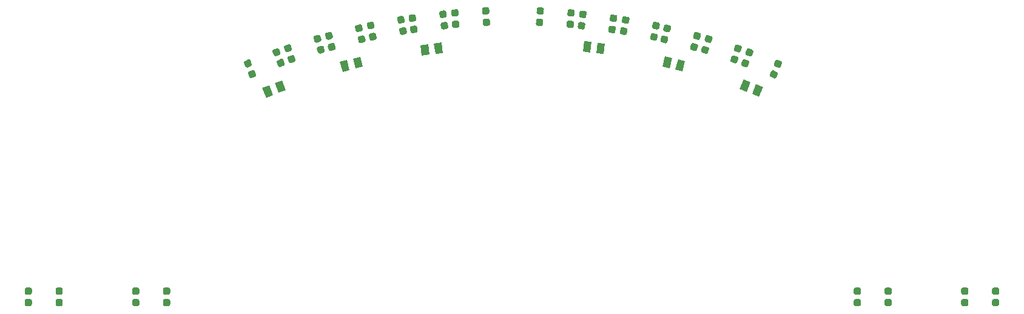
<source format=gbp>
%TF.GenerationSoftware,KiCad,Pcbnew,(5.1.8)-1*%
%TF.CreationDate,2023-07-29T11:14:22+09:00*%
%TF.ProjectId,Tracer,54726163-6572-42e6-9b69-6361645f7063,rev?*%
%TF.SameCoordinates,Original*%
%TF.FileFunction,Paste,Bot*%
%TF.FilePolarity,Positive*%
%FSLAX46Y46*%
G04 Gerber Fmt 4.6, Leading zero omitted, Abs format (unit mm)*
G04 Created by KiCad (PCBNEW (5.1.8)-1) date 2023-07-29 11:14:22*
%MOMM*%
%LPD*%
G01*
G04 APERTURE LIST*
%ADD10C,0.100000*%
G04 APERTURE END LIST*
%TO.C,IC19*%
G36*
G01*
X96136559Y-34351100D02*
X96627866Y-34258267D01*
G75*
G02*
X96919936Y-34457503I46417J-245653D01*
G01*
X97012769Y-34948810D01*
G75*
G02*
X96813533Y-35240880I-245653J-46417D01*
G01*
X96322226Y-35333713D01*
G75*
G02*
X96030156Y-35134477I-46417J245653D01*
G01*
X95937323Y-34643170D01*
G75*
G02*
X96136559Y-34351100I245653J46417D01*
G01*
G37*
G36*
G01*
X95839493Y-32778920D02*
X96330800Y-32686087D01*
G75*
G02*
X96622870Y-32885323I46417J-245653D01*
G01*
X96715703Y-33376630D01*
G75*
G02*
X96516467Y-33668700I-245653J-46417D01*
G01*
X96025160Y-33761533D01*
G75*
G02*
X95733090Y-33562297I-46417J245653D01*
G01*
X95640257Y-33070990D01*
G75*
G02*
X95839493Y-32778920I245653J46417D01*
G01*
G37*
G36*
G01*
X100361794Y-33552734D02*
X100853101Y-33459901D01*
G75*
G02*
X101145171Y-33659137I46417J-245653D01*
G01*
X101238004Y-34150444D01*
G75*
G02*
X101038768Y-34442514I-245653J-46417D01*
G01*
X100547461Y-34535347D01*
G75*
G02*
X100255391Y-34336111I-46417J245653D01*
G01*
X100162558Y-33844804D01*
G75*
G02*
X100361794Y-33552734I245653J46417D01*
G01*
G37*
G36*
G01*
X100064728Y-31980553D02*
X100556035Y-31887720D01*
G75*
G02*
X100848105Y-32086956I46417J-245653D01*
G01*
X100940938Y-32578263D01*
G75*
G02*
X100741702Y-32870333I-245653J-46417D01*
G01*
X100250395Y-32963166D01*
G75*
G02*
X99958325Y-32763930I-46417J245653D01*
G01*
X99865492Y-32272623D01*
G75*
G02*
X100064728Y-31980553I245653J46417D01*
G01*
G37*
%TD*%
%TO.C,IC16*%
G36*
G01*
X148392555Y-37941856D02*
X148858083Y-38124294D01*
G75*
G02*
X148999628Y-38448277I-91219J-232764D01*
G01*
X148817190Y-38913805D01*
G75*
G02*
X148493207Y-39055350I-232764J91219D01*
G01*
X148027679Y-38872912D01*
G75*
G02*
X147886134Y-38548929I91219J232764D01*
G01*
X148068572Y-38083401D01*
G75*
G02*
X148392555Y-37941856I232764J-91219D01*
G01*
G37*
G36*
G01*
X148976358Y-36452167D02*
X149441886Y-36634605D01*
G75*
G02*
X149583431Y-36958588I-91219J-232764D01*
G01*
X149400993Y-37424116D01*
G75*
G02*
X149077010Y-37565661I-232764J91219D01*
G01*
X148611482Y-37383223D01*
G75*
G02*
X148469937Y-37059240I91219J232764D01*
G01*
X148652375Y-36593712D01*
G75*
G02*
X148976358Y-36452167I232764J-91219D01*
G01*
G37*
G36*
G01*
X152396095Y-39510827D02*
X152861623Y-39693265D01*
G75*
G02*
X153003168Y-40017248I-91219J-232764D01*
G01*
X152820730Y-40482776D01*
G75*
G02*
X152496747Y-40624321I-232764J91219D01*
G01*
X152031219Y-40441883D01*
G75*
G02*
X151889674Y-40117900I91219J232764D01*
G01*
X152072112Y-39652372D01*
G75*
G02*
X152396095Y-39510827I232764J-91219D01*
G01*
G37*
G36*
G01*
X152979898Y-38021137D02*
X153445426Y-38203575D01*
G75*
G02*
X153586971Y-38527558I-91219J-232764D01*
G01*
X153404533Y-38993086D01*
G75*
G02*
X153080550Y-39134631I-232764J91219D01*
G01*
X152615022Y-38952193D01*
G75*
G02*
X152473477Y-38628210I91219J232764D01*
G01*
X152655915Y-38162682D01*
G75*
G02*
X152979898Y-38021137I232764J-91219D01*
G01*
G37*
%TD*%
%TO.C,IC18*%
G36*
G01*
X101895101Y-33308163D02*
X102391267Y-33246363D01*
G75*
G02*
X102670250Y-33463546I30900J-248083D01*
G01*
X102732050Y-33959712D01*
G75*
G02*
X102514867Y-34238695I-248083J-30900D01*
G01*
X102018701Y-34300495D01*
G75*
G02*
X101739718Y-34083312I-30900J248083D01*
G01*
X101677918Y-33587146D01*
G75*
G02*
X101895101Y-33308163I248083J30900D01*
G01*
G37*
G36*
G01*
X101697339Y-31720432D02*
X102193505Y-31658632D01*
G75*
G02*
X102472488Y-31875815I30900J-248083D01*
G01*
X102534288Y-32371981D01*
G75*
G02*
X102317105Y-32650964I-248083J-30900D01*
G01*
X101820939Y-32712764D01*
G75*
G02*
X101541956Y-32495581I-30900J248083D01*
G01*
X101480156Y-31999415D01*
G75*
G02*
X101697339Y-31720432I248083J30900D01*
G01*
G37*
G36*
G01*
X106162128Y-32776676D02*
X106658294Y-32714876D01*
G75*
G02*
X106937277Y-32932059I30900J-248083D01*
G01*
X106999077Y-33428225D01*
G75*
G02*
X106781894Y-33707208I-248083J-30900D01*
G01*
X106285728Y-33769008D01*
G75*
G02*
X106006745Y-33551825I-30900J248083D01*
G01*
X105944945Y-33055659D01*
G75*
G02*
X106162128Y-32776676I248083J30900D01*
G01*
G37*
G36*
G01*
X105964366Y-31188945D02*
X106460532Y-31127145D01*
G75*
G02*
X106739515Y-31344328I30900J-248083D01*
G01*
X106801315Y-31840494D01*
G75*
G02*
X106584132Y-32119477I-248083J-30900D01*
G01*
X106087966Y-32181277D01*
G75*
G02*
X105808983Y-31964094I-30900J248083D01*
G01*
X105747183Y-31467928D01*
G75*
G02*
X105964366Y-31188945I248083J30900D01*
G01*
G37*
%TD*%
%TO.C,IC11*%
G36*
G01*
X119525800Y-32271850D02*
X120024813Y-32303245D01*
G75*
G02*
X120258622Y-32568450I-15698J-249507D01*
G01*
X120227227Y-33067463D01*
G75*
G02*
X119962022Y-33301272I-249507J15698D01*
G01*
X119463009Y-33269877D01*
G75*
G02*
X119229200Y-33004672I15698J249507D01*
G01*
X119260595Y-32505659D01*
G75*
G02*
X119525800Y-32271850I249507J-15698D01*
G01*
G37*
G36*
G01*
X119626265Y-30675008D02*
X120125278Y-30706403D01*
G75*
G02*
X120359087Y-30971608I-15698J-249507D01*
G01*
X120327692Y-31470621D01*
G75*
G02*
X120062487Y-31704430I-249507J15698D01*
G01*
X119563474Y-31673035D01*
G75*
G02*
X119329665Y-31407830I15698J249507D01*
G01*
X119361060Y-30908817D01*
G75*
G02*
X119626265Y-30675008I249507J-15698D01*
G01*
G37*
G36*
G01*
X123817315Y-32541850D02*
X124316328Y-32573245D01*
G75*
G02*
X124550137Y-32838450I-15698J-249507D01*
G01*
X124518742Y-33337463D01*
G75*
G02*
X124253537Y-33571272I-249507J15698D01*
G01*
X123754524Y-33539877D01*
G75*
G02*
X123520715Y-33274672I15698J249507D01*
G01*
X123552110Y-32775659D01*
G75*
G02*
X123817315Y-32541850I249507J-15698D01*
G01*
G37*
G36*
G01*
X123917780Y-30945007D02*
X124416793Y-30976402D01*
G75*
G02*
X124650602Y-31241607I-15698J-249507D01*
G01*
X124619207Y-31740620D01*
G75*
G02*
X124354002Y-31974429I-249507J15698D01*
G01*
X123854989Y-31943034D01*
G75*
G02*
X123621180Y-31677829I15698J249507D01*
G01*
X123652575Y-31178816D01*
G75*
G02*
X123917780Y-30945007I249507J-15698D01*
G01*
G37*
%TD*%
%TO.C,IC22*%
G36*
G01*
X79211482Y-39656777D02*
X79677010Y-39474339D01*
G75*
G02*
X80000993Y-39615884I91219J-232764D01*
G01*
X80183431Y-40081412D01*
G75*
G02*
X80041886Y-40405395I-232764J-91219D01*
G01*
X79576358Y-40587833D01*
G75*
G02*
X79252375Y-40446288I-91219J232764D01*
G01*
X79069937Y-39980760D01*
G75*
G02*
X79211482Y-39656777I232764J91219D01*
G01*
G37*
G36*
G01*
X78627679Y-38167088D02*
X79093207Y-37984650D01*
G75*
G02*
X79417190Y-38126195I91219J-232764D01*
G01*
X79599628Y-38591723D01*
G75*
G02*
X79458083Y-38915706I-232764J-91219D01*
G01*
X78992555Y-39098144D01*
G75*
G02*
X78668572Y-38956599I-91219J232764D01*
G01*
X78486134Y-38491071D01*
G75*
G02*
X78627679Y-38167088I232764J91219D01*
G01*
G37*
G36*
G01*
X83215022Y-38087807D02*
X83680550Y-37905369D01*
G75*
G02*
X84004533Y-38046914I91219J-232764D01*
G01*
X84186971Y-38512442D01*
G75*
G02*
X84045426Y-38836425I-232764J-91219D01*
G01*
X83579898Y-39018863D01*
G75*
G02*
X83255915Y-38877318I-91219J232764D01*
G01*
X83073477Y-38411790D01*
G75*
G02*
X83215022Y-38087807I232764J91219D01*
G01*
G37*
G36*
G01*
X82631219Y-36598117D02*
X83096747Y-36415679D01*
G75*
G02*
X83420730Y-36557224I91219J-232764D01*
G01*
X83603168Y-37022752D01*
G75*
G02*
X83461623Y-37346735I-232764J-91219D01*
G01*
X82996095Y-37529173D01*
G75*
G02*
X82672112Y-37387628I-91219J232764D01*
G01*
X82489674Y-36922100D01*
G75*
G02*
X82631219Y-36598117I232764J91219D01*
G01*
G37*
%TD*%
%TO.C,IC17*%
G36*
G01*
X107763474Y-32566965D02*
X108262487Y-32535570D01*
G75*
G02*
X108527692Y-32769379I15698J-249507D01*
G01*
X108559087Y-33268392D01*
G75*
G02*
X108325278Y-33533597I-249507J-15698D01*
G01*
X107826265Y-33564992D01*
G75*
G02*
X107561060Y-33331183I-15698J249507D01*
G01*
X107529665Y-32832170D01*
G75*
G02*
X107763474Y-32566965I249507J15698D01*
G01*
G37*
G36*
G01*
X107663009Y-30970123D02*
X108162022Y-30938728D01*
G75*
G02*
X108427227Y-31172537I15698J-249507D01*
G01*
X108458622Y-31671550D01*
G75*
G02*
X108224813Y-31936755I-249507J-15698D01*
G01*
X107725800Y-31968150D01*
G75*
G02*
X107460595Y-31734341I-15698J249507D01*
G01*
X107429200Y-31235328D01*
G75*
G02*
X107663009Y-30970123I249507J15698D01*
G01*
G37*
G36*
G01*
X112054989Y-32296966D02*
X112554002Y-32265571D01*
G75*
G02*
X112819207Y-32499380I15698J-249507D01*
G01*
X112850602Y-32998393D01*
G75*
G02*
X112616793Y-33263598I-249507J-15698D01*
G01*
X112117780Y-33294993D01*
G75*
G02*
X111852575Y-33061184I-15698J249507D01*
G01*
X111821180Y-32562171D01*
G75*
G02*
X112054989Y-32296966I249507J15698D01*
G01*
G37*
G36*
G01*
X111954524Y-30700123D02*
X112453537Y-30668728D01*
G75*
G02*
X112718742Y-30902537I15698J-249507D01*
G01*
X112750137Y-31401550D01*
G75*
G02*
X112516328Y-31666755I-249507J-15698D01*
G01*
X112017315Y-31698150D01*
G75*
G02*
X111752110Y-31464341I-15698J249507D01*
G01*
X111720715Y-30965328D01*
G75*
G02*
X111954524Y-30700123I249507J15698D01*
G01*
G37*
%TD*%
%TO.C,IC15*%
G36*
G01*
X142761546Y-36083190D02*
X143237343Y-36236869D01*
G75*
G02*
X143398403Y-36551607I-76839J-237899D01*
G01*
X143244724Y-37027404D01*
G75*
G02*
X142929986Y-37188464I-237899J76839D01*
G01*
X142454189Y-37034785D01*
G75*
G02*
X142293129Y-36720047I76839J237899D01*
G01*
X142446808Y-36244250D01*
G75*
G02*
X142761546Y-36083190I237899J-76839D01*
G01*
G37*
G36*
G01*
X143253317Y-34560639D02*
X143729114Y-34714318D01*
G75*
G02*
X143890174Y-35029056I-76839J-237899D01*
G01*
X143736495Y-35504853D01*
G75*
G02*
X143421757Y-35665913I-237899J76839D01*
G01*
X142945960Y-35512234D01*
G75*
G02*
X142784900Y-35197496I76839J237899D01*
G01*
X142938579Y-34721699D01*
G75*
G02*
X143253317Y-34560639I237899J-76839D01*
G01*
G37*
G36*
G01*
X146853402Y-37404823D02*
X147329199Y-37558502D01*
G75*
G02*
X147490259Y-37873240I-76839J-237899D01*
G01*
X147336580Y-38349037D01*
G75*
G02*
X147021842Y-38510097I-237899J76839D01*
G01*
X146546045Y-38356418D01*
G75*
G02*
X146384985Y-38041680I76839J237899D01*
G01*
X146538664Y-37565883D01*
G75*
G02*
X146853402Y-37404823I237899J-76839D01*
G01*
G37*
G36*
G01*
X147345173Y-35882272D02*
X147820970Y-36035951D01*
G75*
G02*
X147982030Y-36350689I-76839J-237899D01*
G01*
X147828351Y-36826486D01*
G75*
G02*
X147513613Y-36987546I-237899J76839D01*
G01*
X147037816Y-36833867D01*
G75*
G02*
X146876756Y-36519129I76839J237899D01*
G01*
X147030435Y-36043332D01*
G75*
G02*
X147345173Y-35882272I237899J-76839D01*
G01*
G37*
%TD*%
%TO.C,IC21*%
G36*
G01*
X84745960Y-37527766D02*
X85221757Y-37374087D01*
G75*
G02*
X85536495Y-37535147I76839J-237899D01*
G01*
X85690174Y-38010944D01*
G75*
G02*
X85529114Y-38325682I-237899J-76839D01*
G01*
X85053317Y-38479361D01*
G75*
G02*
X84738579Y-38318301I-76839J237899D01*
G01*
X84584900Y-37842504D01*
G75*
G02*
X84745960Y-37527766I237899J76839D01*
G01*
G37*
G36*
G01*
X84254189Y-36005215D02*
X84729986Y-35851536D01*
G75*
G02*
X85044724Y-36012596I76839J-237899D01*
G01*
X85198403Y-36488393D01*
G75*
G02*
X85037343Y-36803131I-237899J-76839D01*
G01*
X84561546Y-36956810D01*
G75*
G02*
X84246808Y-36795750I-76839J237899D01*
G01*
X84093129Y-36319953D01*
G75*
G02*
X84254189Y-36005215I237899J76839D01*
G01*
G37*
G36*
G01*
X88837816Y-36206133D02*
X89313613Y-36052454D01*
G75*
G02*
X89628351Y-36213514I76839J-237899D01*
G01*
X89782030Y-36689311D01*
G75*
G02*
X89620970Y-37004049I-237899J-76839D01*
G01*
X89145173Y-37157728D01*
G75*
G02*
X88830435Y-36996668I-76839J237899D01*
G01*
X88676756Y-36520871D01*
G75*
G02*
X88837816Y-36206133I237899J76839D01*
G01*
G37*
G36*
G01*
X88346045Y-34683582D02*
X88821842Y-34529903D01*
G75*
G02*
X89136580Y-34690963I76839J-237899D01*
G01*
X89290259Y-35166760D01*
G75*
G02*
X89129199Y-35481498I-237899J-76839D01*
G01*
X88653402Y-35635177D01*
G75*
G02*
X88338664Y-35474117I-76839J237899D01*
G01*
X88184985Y-34998320D01*
G75*
G02*
X88346045Y-34683582I237899J76839D01*
G01*
G37*
%TD*%
%TO.C,IC13*%
G36*
G01*
X131325160Y-33478467D02*
X131816467Y-33571300D01*
G75*
G02*
X132015703Y-33863370I-46417J-245653D01*
G01*
X131922870Y-34354677D01*
G75*
G02*
X131630800Y-34553913I-245653J46417D01*
G01*
X131139493Y-34461080D01*
G75*
G02*
X130940257Y-34169010I46417J245653D01*
G01*
X131033090Y-33677703D01*
G75*
G02*
X131325160Y-33478467I245653J-46417D01*
G01*
G37*
G36*
G01*
X131622226Y-31906287D02*
X132113533Y-31999120D01*
G75*
G02*
X132312769Y-32291190I-46417J-245653D01*
G01*
X132219936Y-32782497D01*
G75*
G02*
X131927866Y-32981733I-245653J46417D01*
G01*
X131436559Y-32888900D01*
G75*
G02*
X131237323Y-32596830I46417J245653D01*
G01*
X131330156Y-32105523D01*
G75*
G02*
X131622226Y-31906287I245653J-46417D01*
G01*
G37*
G36*
G01*
X135550395Y-34276834D02*
X136041702Y-34369667D01*
G75*
G02*
X136240938Y-34661737I-46417J-245653D01*
G01*
X136148105Y-35153044D01*
G75*
G02*
X135856035Y-35352280I-245653J46417D01*
G01*
X135364728Y-35259447D01*
G75*
G02*
X135165492Y-34967377I46417J245653D01*
G01*
X135258325Y-34476070D01*
G75*
G02*
X135550395Y-34276834I245653J-46417D01*
G01*
G37*
G36*
G01*
X135847461Y-32704653D02*
X136338768Y-32797486D01*
G75*
G02*
X136538004Y-33089556I-46417J-245653D01*
G01*
X136445171Y-33580863D01*
G75*
G02*
X136153101Y-33780099I-245653J46417D01*
G01*
X135661794Y-33687266D01*
G75*
G02*
X135462558Y-33395196I46417J245653D01*
G01*
X135555391Y-32903889D01*
G75*
G02*
X135847461Y-32704653I245653J-46417D01*
G01*
G37*
%TD*%
%TO.C,IC12*%
G36*
G01*
X125420939Y-32727236D02*
X125917105Y-32789036D01*
G75*
G02*
X126134288Y-33068019I-30900J-248083D01*
G01*
X126072488Y-33564185D01*
G75*
G02*
X125793505Y-33781368I-248083J30900D01*
G01*
X125297339Y-33719568D01*
G75*
G02*
X125080156Y-33440585I30900J248083D01*
G01*
X125141956Y-32944419D01*
G75*
G02*
X125420939Y-32727236I248083J-30900D01*
G01*
G37*
G36*
G01*
X125618701Y-31139505D02*
X126114867Y-31201305D01*
G75*
G02*
X126332050Y-31480288I-30900J-248083D01*
G01*
X126270250Y-31976454D01*
G75*
G02*
X125991267Y-32193637I-248083J30900D01*
G01*
X125495101Y-32131837D01*
G75*
G02*
X125277918Y-31852854I30900J248083D01*
G01*
X125339718Y-31356688D01*
G75*
G02*
X125618701Y-31139505I248083J-30900D01*
G01*
G37*
G36*
G01*
X129687966Y-33258723D02*
X130184132Y-33320523D01*
G75*
G02*
X130401315Y-33599506I-30900J-248083D01*
G01*
X130339515Y-34095672D01*
G75*
G02*
X130060532Y-34312855I-248083J30900D01*
G01*
X129564366Y-34251055D01*
G75*
G02*
X129347183Y-33972072I30900J248083D01*
G01*
X129408983Y-33475906D01*
G75*
G02*
X129687966Y-33258723I248083J-30900D01*
G01*
G37*
G36*
G01*
X129885728Y-31670992D02*
X130381894Y-31732792D01*
G75*
G02*
X130599077Y-32011775I-30900J-248083D01*
G01*
X130537277Y-32507941D01*
G75*
G02*
X130258294Y-32725124I-248083J30900D01*
G01*
X129762128Y-32663324D01*
G75*
G02*
X129544945Y-32384341I30900J248083D01*
G01*
X129606745Y-31888175D01*
G75*
G02*
X129885728Y-31670992I248083J-30900D01*
G01*
G37*
%TD*%
%TO.C,IC20*%
G36*
G01*
X90386912Y-35791153D02*
X90871420Y-35667653D01*
G75*
G02*
X91175424Y-35848157I61750J-242254D01*
G01*
X91298924Y-36332665D01*
G75*
G02*
X91118420Y-36636669I-242254J-61750D01*
G01*
X90633912Y-36760169D01*
G75*
G02*
X90329908Y-36579665I-61750J242254D01*
G01*
X90206408Y-36095157D01*
G75*
G02*
X90386912Y-35791153I242254J61750D01*
G01*
G37*
G36*
G01*
X89991714Y-34240727D02*
X90476222Y-34117227D01*
G75*
G02*
X90780226Y-34297731I61750J-242254D01*
G01*
X90903726Y-34782239D01*
G75*
G02*
X90723222Y-35086243I-242254J-61750D01*
G01*
X90238714Y-35209743D01*
G75*
G02*
X89934710Y-35029239I-61750J242254D01*
G01*
X89811210Y-34544731D01*
G75*
G02*
X89991714Y-34240727I242254J61750D01*
G01*
G37*
G36*
G01*
X94553680Y-34729057D02*
X95038188Y-34605557D01*
G75*
G02*
X95342192Y-34786061I61750J-242254D01*
G01*
X95465692Y-35270569D01*
G75*
G02*
X95285188Y-35574573I-242254J-61750D01*
G01*
X94800680Y-35698073D01*
G75*
G02*
X94496676Y-35517569I-61750J242254D01*
G01*
X94373176Y-35033061D01*
G75*
G02*
X94553680Y-34729057I242254J61750D01*
G01*
G37*
G36*
G01*
X94158481Y-33178632D02*
X94642989Y-33055132D01*
G75*
G02*
X94946993Y-33235636I61750J-242254D01*
G01*
X95070493Y-33720144D01*
G75*
G02*
X94889989Y-34024148I-242254J-61750D01*
G01*
X94405481Y-34147648D01*
G75*
G02*
X94101477Y-33967144I-61750J242254D01*
G01*
X93977977Y-33482636D01*
G75*
G02*
X94158481Y-33178632I242254J61750D01*
G01*
G37*
%TD*%
%TO.C,IC14*%
G36*
G01*
X137038714Y-34630257D02*
X137523222Y-34753757D01*
G75*
G02*
X137703726Y-35057761I-61750J-242254D01*
G01*
X137580226Y-35542269D01*
G75*
G02*
X137276222Y-35722773I-242254J61750D01*
G01*
X136791714Y-35599273D01*
G75*
G02*
X136611210Y-35295269I61750J242254D01*
G01*
X136734710Y-34810761D01*
G75*
G02*
X137038714Y-34630257I242254J-61750D01*
G01*
G37*
G36*
G01*
X137433912Y-33079831D02*
X137918420Y-33203331D01*
G75*
G02*
X138098924Y-33507335I-61750J-242254D01*
G01*
X137975424Y-33991843D01*
G75*
G02*
X137671420Y-34172347I-242254J61750D01*
G01*
X137186912Y-34048847D01*
G75*
G02*
X137006408Y-33744843I61750J242254D01*
G01*
X137129908Y-33260335D01*
G75*
G02*
X137433912Y-33079831I242254J-61750D01*
G01*
G37*
G36*
G01*
X141205481Y-35692352D02*
X141689989Y-35815852D01*
G75*
G02*
X141870493Y-36119856I-61750J-242254D01*
G01*
X141746993Y-36604364D01*
G75*
G02*
X141442989Y-36784868I-242254J61750D01*
G01*
X140958481Y-36661368D01*
G75*
G02*
X140777977Y-36357364I61750J242254D01*
G01*
X140901477Y-35872856D01*
G75*
G02*
X141205481Y-35692352I242254J-61750D01*
G01*
G37*
G36*
G01*
X141600680Y-34141927D02*
X142085188Y-34265427D01*
G75*
G02*
X142265692Y-34569431I-61750J-242254D01*
G01*
X142142192Y-35053939D01*
G75*
G02*
X141838188Y-35234443I-242254J61750D01*
G01*
X141353680Y-35110943D01*
G75*
G02*
X141173176Y-34806939I61750J242254D01*
G01*
X141296676Y-34322431D01*
G75*
G02*
X141600680Y-34141927I242254J-61750D01*
G01*
G37*
%TD*%
D10*
%TO.C,R32*%
G36*
X94067656Y-39260666D02*
G01*
X93704568Y-37836213D01*
X94712344Y-37579334D01*
X95075432Y-39003787D01*
X94067656Y-39260666D01*
G37*
G36*
X92245906Y-39725024D02*
G01*
X91882818Y-38300571D01*
X92890594Y-38043692D01*
X93253682Y-39468145D01*
X92245906Y-39725024D01*
G37*
%TD*%
%TO.C,R23*%
G36*
X138704568Y-39403787D02*
G01*
X139067656Y-37979334D01*
X140075432Y-38236213D01*
X139712344Y-39660666D01*
X138704568Y-39403787D01*
G37*
G36*
X136882818Y-38939429D02*
G01*
X137245906Y-37514976D01*
X138253682Y-37771855D01*
X137890594Y-39196308D01*
X136882818Y-38939429D01*
G37*
%TD*%
%TO.C,R33*%
G36*
X83349227Y-42651078D02*
G01*
X82812859Y-41282426D01*
X83781157Y-40902954D01*
X84317525Y-42271606D01*
X83349227Y-42651078D01*
G37*
G36*
X81598843Y-43337046D02*
G01*
X81062475Y-41968394D01*
X82030773Y-41588922D01*
X82567141Y-42957574D01*
X81598843Y-43337046D01*
G37*
%TD*%
%TO.C,R22*%
G36*
X127683140Y-37101276D02*
G01*
X127864834Y-35642548D01*
X128896860Y-35771094D01*
X128715166Y-37229822D01*
X127683140Y-37101276D01*
G37*
G36*
X125817556Y-36868906D02*
G01*
X125999250Y-35410178D01*
X127031276Y-35538724D01*
X126849582Y-36997452D01*
X125817556Y-36868906D01*
G37*
%TD*%
%TO.C,R31*%
G36*
X105197626Y-37197452D02*
G01*
X105015932Y-35738724D01*
X106047958Y-35610178D01*
X106229652Y-37068906D01*
X105197626Y-37197452D01*
G37*
G36*
X103332042Y-37429822D02*
G01*
X103150348Y-35971094D01*
X104182374Y-35842548D01*
X104364068Y-37301276D01*
X103332042Y-37429822D01*
G37*
%TD*%
%TO.C,R24*%
G36*
X149437667Y-42814590D02*
G01*
X149974035Y-41445938D01*
X150942333Y-41825410D01*
X150405965Y-43194062D01*
X149437667Y-42814590D01*
G37*
G36*
X147687283Y-42128622D02*
G01*
X148223651Y-40759970D01*
X149191949Y-41139442D01*
X148655581Y-42508094D01*
X147687283Y-42128622D01*
G37*
%TD*%
%TO.C,IC10*%
G36*
G01*
X48150000Y-71500000D02*
X48650000Y-71500000D01*
G75*
G02*
X48900000Y-71750000I0J-250000D01*
G01*
X48900000Y-72250000D01*
G75*
G02*
X48650000Y-72500000I-250000J0D01*
G01*
X48150000Y-72500000D01*
G75*
G02*
X47900000Y-72250000I0J250000D01*
G01*
X47900000Y-71750000D01*
G75*
G02*
X48150000Y-71500000I250000J0D01*
G01*
G37*
G36*
G01*
X48150000Y-69900000D02*
X48650000Y-69900000D01*
G75*
G02*
X48900000Y-70150000I0J-250000D01*
G01*
X48900000Y-70650000D01*
G75*
G02*
X48650000Y-70900000I-250000J0D01*
G01*
X48150000Y-70900000D01*
G75*
G02*
X47900000Y-70650000I0J250000D01*
G01*
X47900000Y-70150000D01*
G75*
G02*
X48150000Y-69900000I250000J0D01*
G01*
G37*
G36*
G01*
X52450000Y-71500000D02*
X52950000Y-71500000D01*
G75*
G02*
X53200000Y-71750000I0J-250000D01*
G01*
X53200000Y-72250000D01*
G75*
G02*
X52950000Y-72500000I-250000J0D01*
G01*
X52450000Y-72500000D01*
G75*
G02*
X52200000Y-72250000I0J250000D01*
G01*
X52200000Y-71750000D01*
G75*
G02*
X52450000Y-71500000I250000J0D01*
G01*
G37*
G36*
G01*
X52450000Y-69900000D02*
X52950000Y-69900000D01*
G75*
G02*
X53200000Y-70150000I0J-250000D01*
G01*
X53200000Y-70650000D01*
G75*
G02*
X52950000Y-70900000I-250000J0D01*
G01*
X52450000Y-70900000D01*
G75*
G02*
X52200000Y-70650000I0J250000D01*
G01*
X52200000Y-70150000D01*
G75*
G02*
X52450000Y-69900000I250000J0D01*
G01*
G37*
%TD*%
%TO.C,IC8*%
G36*
G01*
X163850000Y-71500000D02*
X164350000Y-71500000D01*
G75*
G02*
X164600000Y-71750000I0J-250000D01*
G01*
X164600000Y-72250000D01*
G75*
G02*
X164350000Y-72500000I-250000J0D01*
G01*
X163850000Y-72500000D01*
G75*
G02*
X163600000Y-72250000I0J250000D01*
G01*
X163600000Y-71750000D01*
G75*
G02*
X163850000Y-71500000I250000J0D01*
G01*
G37*
G36*
G01*
X163850000Y-69900000D02*
X164350000Y-69900000D01*
G75*
G02*
X164600000Y-70150000I0J-250000D01*
G01*
X164600000Y-70650000D01*
G75*
G02*
X164350000Y-70900000I-250000J0D01*
G01*
X163850000Y-70900000D01*
G75*
G02*
X163600000Y-70650000I0J250000D01*
G01*
X163600000Y-70150000D01*
G75*
G02*
X163850000Y-69900000I250000J0D01*
G01*
G37*
G36*
G01*
X168150000Y-71500000D02*
X168650000Y-71500000D01*
G75*
G02*
X168900000Y-71750000I0J-250000D01*
G01*
X168900000Y-72250000D01*
G75*
G02*
X168650000Y-72500000I-250000J0D01*
G01*
X168150000Y-72500000D01*
G75*
G02*
X167900000Y-72250000I0J250000D01*
G01*
X167900000Y-71750000D01*
G75*
G02*
X168150000Y-71500000I250000J0D01*
G01*
G37*
G36*
G01*
X168150000Y-69900000D02*
X168650000Y-69900000D01*
G75*
G02*
X168900000Y-70150000I0J-250000D01*
G01*
X168900000Y-70650000D01*
G75*
G02*
X168650000Y-70900000I-250000J0D01*
G01*
X168150000Y-70900000D01*
G75*
G02*
X167900000Y-70650000I0J250000D01*
G01*
X167900000Y-70150000D01*
G75*
G02*
X168150000Y-69900000I250000J0D01*
G01*
G37*
%TD*%
%TO.C,IC7*%
G36*
G01*
X178850000Y-71500000D02*
X179350000Y-71500000D01*
G75*
G02*
X179600000Y-71750000I0J-250000D01*
G01*
X179600000Y-72250000D01*
G75*
G02*
X179350000Y-72500000I-250000J0D01*
G01*
X178850000Y-72500000D01*
G75*
G02*
X178600000Y-72250000I0J250000D01*
G01*
X178600000Y-71750000D01*
G75*
G02*
X178850000Y-71500000I250000J0D01*
G01*
G37*
G36*
G01*
X178850000Y-69900000D02*
X179350000Y-69900000D01*
G75*
G02*
X179600000Y-70150000I0J-250000D01*
G01*
X179600000Y-70650000D01*
G75*
G02*
X179350000Y-70900000I-250000J0D01*
G01*
X178850000Y-70900000D01*
G75*
G02*
X178600000Y-70650000I0J250000D01*
G01*
X178600000Y-70150000D01*
G75*
G02*
X178850000Y-69900000I250000J0D01*
G01*
G37*
G36*
G01*
X183150000Y-71500000D02*
X183650000Y-71500000D01*
G75*
G02*
X183900000Y-71750000I0J-250000D01*
G01*
X183900000Y-72250000D01*
G75*
G02*
X183650000Y-72500000I-250000J0D01*
G01*
X183150000Y-72500000D01*
G75*
G02*
X182900000Y-72250000I0J250000D01*
G01*
X182900000Y-71750000D01*
G75*
G02*
X183150000Y-71500000I250000J0D01*
G01*
G37*
G36*
G01*
X183150000Y-69900000D02*
X183650000Y-69900000D01*
G75*
G02*
X183900000Y-70150000I0J-250000D01*
G01*
X183900000Y-70650000D01*
G75*
G02*
X183650000Y-70900000I-250000J0D01*
G01*
X183150000Y-70900000D01*
G75*
G02*
X182900000Y-70650000I0J250000D01*
G01*
X182900000Y-70150000D01*
G75*
G02*
X183150000Y-69900000I250000J0D01*
G01*
G37*
%TD*%
%TO.C,IC9*%
G36*
G01*
X63150000Y-71500000D02*
X63650000Y-71500000D01*
G75*
G02*
X63900000Y-71750000I0J-250000D01*
G01*
X63900000Y-72250000D01*
G75*
G02*
X63650000Y-72500000I-250000J0D01*
G01*
X63150000Y-72500000D01*
G75*
G02*
X62900000Y-72250000I0J250000D01*
G01*
X62900000Y-71750000D01*
G75*
G02*
X63150000Y-71500000I250000J0D01*
G01*
G37*
G36*
G01*
X63150000Y-69900000D02*
X63650000Y-69900000D01*
G75*
G02*
X63900000Y-70150000I0J-250000D01*
G01*
X63900000Y-70650000D01*
G75*
G02*
X63650000Y-70900000I-250000J0D01*
G01*
X63150000Y-70900000D01*
G75*
G02*
X62900000Y-70650000I0J250000D01*
G01*
X62900000Y-70150000D01*
G75*
G02*
X63150000Y-69900000I250000J0D01*
G01*
G37*
G36*
G01*
X67450000Y-71500000D02*
X67950000Y-71500000D01*
G75*
G02*
X68200000Y-71750000I0J-250000D01*
G01*
X68200000Y-72250000D01*
G75*
G02*
X67950000Y-72500000I-250000J0D01*
G01*
X67450000Y-72500000D01*
G75*
G02*
X67200000Y-72250000I0J250000D01*
G01*
X67200000Y-71750000D01*
G75*
G02*
X67450000Y-71500000I250000J0D01*
G01*
G37*
G36*
G01*
X67450000Y-69900000D02*
X67950000Y-69900000D01*
G75*
G02*
X68200000Y-70150000I0J-250000D01*
G01*
X68200000Y-70650000D01*
G75*
G02*
X67950000Y-70900000I-250000J0D01*
G01*
X67450000Y-70900000D01*
G75*
G02*
X67200000Y-70650000I0J250000D01*
G01*
X67200000Y-70150000D01*
G75*
G02*
X67450000Y-69900000I250000J0D01*
G01*
G37*
%TD*%
M02*

</source>
